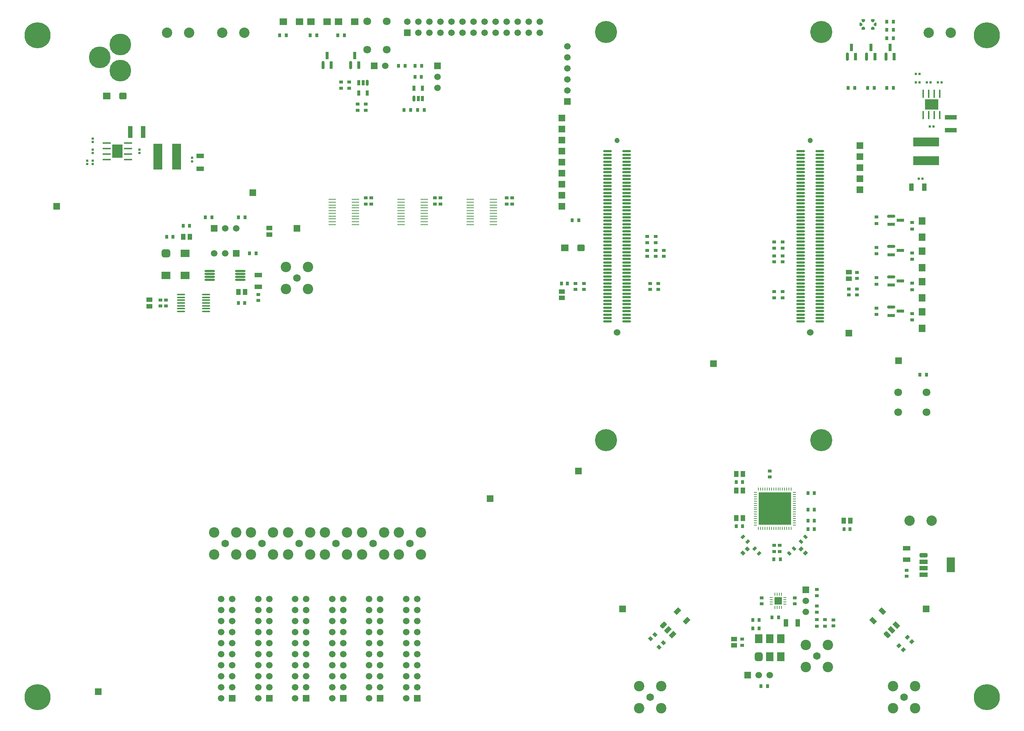
<source format=gtl>
%FSTAX25Y25*%
%MOIN*%
G70*
G01*
G75*
G04 Layer_Physical_Order=1*
G04 Layer_Color=255*
%ADD10C,0.01575*%
G04:AMPARAMS|DCode=11|XSize=62.99mil|YSize=68.9mil|CornerRadius=15.75mil|HoleSize=0mil|Usage=FLASHONLY|Rotation=270.000|XOffset=0mil|YOffset=0mil|HoleType=Round|Shape=RoundedRectangle|*
%AMROUNDEDRECTD11*
21,1,0.06299,0.03740,0,0,270.0*
21,1,0.03150,0.06890,0,0,270.0*
1,1,0.03150,-0.01870,-0.01575*
1,1,0.03150,-0.01870,0.01575*
1,1,0.03150,0.01870,0.01575*
1,1,0.03150,0.01870,-0.01575*
%
%ADD11ROUNDEDRECTD11*%
%ADD12R,0.06890X0.06299*%
G04:AMPARAMS|DCode=13|XSize=35.43mil|YSize=31.5mil|CornerRadius=0mil|HoleSize=0mil|Usage=FLASHONLY|Rotation=225.000|XOffset=0mil|YOffset=0mil|HoleType=Round|Shape=Rectangle|*
%AMROTATEDRECTD13*
4,1,4,0.00139,0.02366,0.02366,0.00139,-0.00139,-0.02366,-0.02366,-0.00139,0.00139,0.02366,0.0*
%
%ADD13ROTATEDRECTD13*%

%ADD14R,0.03543X0.02756*%
%ADD15R,0.03543X0.03150*%
%ADD16R,0.03150X0.03543*%
%ADD17R,0.02756X0.03543*%
%ADD18R,0.05512X0.04331*%
G04:AMPARAMS|DCode=19|XSize=35.43mil|YSize=27.56mil|CornerRadius=0mil|HoleSize=0mil|Usage=FLASHONLY|Rotation=225.000|XOffset=0mil|YOffset=0mil|HoleType=Round|Shape=Rectangle|*
%AMROTATEDRECTD19*
4,1,4,0.00278,0.02227,0.02227,0.00278,-0.00278,-0.02227,-0.02227,-0.00278,0.00278,0.02227,0.0*
%
%ADD19ROTATEDRECTD19*%

%ADD20O,0.07874X0.01969*%
%ADD21O,0.00984X0.03150*%
%ADD22O,0.03150X0.00984*%
%ADD23R,0.07087X0.07087*%
%ADD24R,0.04331X0.06693*%
%ADD25R,0.07087X0.07874*%
G04:AMPARAMS|DCode=26|XSize=70.87mil|YSize=78.74mil|CornerRadius=17.72mil|HoleSize=0mil|Usage=FLASHONLY|Rotation=180.000|XOffset=0mil|YOffset=0mil|HoleType=Round|Shape=RoundedRectangle|*
%AMROUNDEDRECTD26*
21,1,0.07087,0.04331,0,0,180.0*
21,1,0.03543,0.07874,0,0,180.0*
1,1,0.03543,-0.01772,0.02165*
1,1,0.03543,0.01772,0.02165*
1,1,0.03543,0.01772,-0.02165*
1,1,0.03543,-0.01772,-0.02165*
%
%ADD26ROUNDEDRECTD26*%
%ADD27R,0.04331X0.05512*%
%ADD28R,0.29528X0.29528*%
G04:AMPARAMS|DCode=29|XSize=35.43mil|YSize=27.56mil|CornerRadius=0mil|HoleSize=0mil|Usage=FLASHONLY|Rotation=315.000|XOffset=0mil|YOffset=0mil|HoleType=Round|Shape=Rectangle|*
%AMROTATEDRECTD29*
4,1,4,-0.02227,0.00278,-0.00278,0.02227,0.02227,-0.00278,0.00278,-0.02227,-0.02227,0.00278,0.0*
%
%ADD29ROTATEDRECTD29*%

G04:AMPARAMS|DCode=30|XSize=39.37mil|YSize=61.02mil|CornerRadius=9.84mil|HoleSize=0mil|Usage=FLASHONLY|Rotation=225.000|XOffset=0mil|YOffset=0mil|HoleType=Round|Shape=RoundedRectangle|*
%AMROUNDEDRECTD30*
21,1,0.03937,0.04134,0,0,225.0*
21,1,0.01969,0.06102,0,0,225.0*
1,1,0.01969,-0.02158,0.00766*
1,1,0.01969,-0.00766,0.02158*
1,1,0.01969,0.02158,-0.00766*
1,1,0.01969,0.00766,-0.02158*
%
%ADD30ROUNDEDRECTD30*%
G04:AMPARAMS|DCode=31|XSize=39.37mil|YSize=61.02mil|CornerRadius=0mil|HoleSize=0mil|Usage=FLASHONLY|Rotation=225.000|XOffset=0mil|YOffset=0mil|HoleType=Round|Shape=Rectangle|*
%AMROTATEDRECTD31*
4,1,4,-0.00766,0.03550,0.03550,-0.00766,0.00766,-0.03550,-0.03550,0.00766,-0.00766,0.03550,0.0*
%
%ADD31ROTATEDRECTD31*%

G04:AMPARAMS|DCode=32|XSize=35.43mil|YSize=31.5mil|CornerRadius=0mil|HoleSize=0mil|Usage=FLASHONLY|Rotation=315.000|XOffset=0mil|YOffset=0mil|HoleType=Round|Shape=Rectangle|*
%AMROTATEDRECTD32*
4,1,4,-0.02366,0.00139,-0.00139,0.02366,0.02366,-0.00139,0.00139,-0.02366,-0.02366,0.00139,0.0*
%
%ADD32ROTATEDRECTD32*%

G04:AMPARAMS|DCode=33|XSize=39.37mil|YSize=61.02mil|CornerRadius=9.84mil|HoleSize=0mil|Usage=FLASHONLY|Rotation=135.000|XOffset=0mil|YOffset=0mil|HoleType=Round|Shape=RoundedRectangle|*
%AMROUNDEDRECTD33*
21,1,0.03937,0.04134,0,0,135.0*
21,1,0.01969,0.06102,0,0,135.0*
1,1,0.01969,0.00766,0.02158*
1,1,0.01969,0.02158,0.00766*
1,1,0.01969,-0.00766,-0.02158*
1,1,0.01969,-0.02158,-0.00766*
%
%ADD33ROUNDEDRECTD33*%
G04:AMPARAMS|DCode=34|XSize=39.37mil|YSize=61.02mil|CornerRadius=0mil|HoleSize=0mil|Usage=FLASHONLY|Rotation=135.000|XOffset=0mil|YOffset=0mil|HoleType=Round|Shape=Rectangle|*
%AMROTATEDRECTD34*
4,1,4,0.03550,0.00766,-0.00766,-0.03550,-0.03550,-0.00766,0.00766,0.03550,0.03550,0.00766,0.0*
%
%ADD34ROTATEDRECTD34*%

%ADD35O,0.07087X0.00984*%
%ADD36R,0.04400X0.10600*%
G04:AMPARAMS|DCode=37|XSize=39.37mil|YSize=72.84mil|CornerRadius=9.84mil|HoleSize=0mil|Usage=FLASHONLY|Rotation=90.000|XOffset=0mil|YOffset=0mil|HoleType=Round|Shape=RoundedRectangle|*
%AMROUNDEDRECTD37*
21,1,0.03937,0.05315,0,0,90.0*
21,1,0.01969,0.07284,0,0,90.0*
1,1,0.01969,0.02658,0.00984*
1,1,0.01969,0.02658,-0.00984*
1,1,0.01969,-0.02658,-0.00984*
1,1,0.01969,-0.02658,0.00984*
%
%ADD37ROUNDEDRECTD37*%
%ADD38R,0.07284X0.03937*%
%ADD39R,0.07284X0.13780*%
%ADD40R,0.06693X0.04331*%
%ADD41R,0.10600X0.04400*%
G04:AMPARAMS|DCode=42|XSize=70.87mil|YSize=78.74mil|CornerRadius=17.72mil|HoleSize=0mil|Usage=FLASHONLY|Rotation=90.000|XOffset=0mil|YOffset=0mil|HoleType=Round|Shape=RoundedRectangle|*
%AMROUNDEDRECTD42*
21,1,0.07087,0.04331,0,0,90.0*
21,1,0.03543,0.07874,0,0,90.0*
1,1,0.03543,0.02165,0.01772*
1,1,0.03543,0.02165,-0.01772*
1,1,0.03543,-0.02165,-0.01772*
1,1,0.03543,-0.02165,0.01772*
%
%ADD42ROUNDEDRECTD42*%
%ADD43R,0.07874X0.07087*%
%ADD44O,0.09449X0.01772*%
%ADD45O,0.07874X0.01378*%
%ADD46R,0.07874X0.23622*%
%ADD47R,0.02400X0.02200*%
%ADD48R,0.09400X0.12200*%
%ADD49R,0.07800X0.01814*%
%ADD50R,0.07100X0.04400*%
%ADD51R,0.02200X0.02400*%
%ADD52R,0.23622X0.07874*%
G04:AMPARAMS|DCode=53|XSize=27.56mil|YSize=51.18mil|CornerRadius=6.89mil|HoleSize=0mil|Usage=FLASHONLY|Rotation=0.000|XOffset=0mil|YOffset=0mil|HoleType=Round|Shape=RoundedRectangle|*
%AMROUNDEDRECTD53*
21,1,0.02756,0.03740,0,0,0.0*
21,1,0.01378,0.05118,0,0,0.0*
1,1,0.01378,0.00689,-0.01870*
1,1,0.01378,-0.00689,-0.01870*
1,1,0.01378,-0.00689,0.01870*
1,1,0.01378,0.00689,0.01870*
%
%ADD53ROUNDEDRECTD53*%
%ADD54R,0.02756X0.05118*%
%ADD55R,0.02756X0.07087*%
G04:AMPARAMS|DCode=56|XSize=27.56mil|YSize=70.87mil|CornerRadius=6.89mil|HoleSize=0mil|Usage=FLASHONLY|Rotation=180.000|XOffset=0mil|YOffset=0mil|HoleType=Round|Shape=RoundedRectangle|*
%AMROUNDEDRECTD56*
21,1,0.02756,0.05709,0,0,180.0*
21,1,0.01378,0.07087,0,0,180.0*
1,1,0.01378,-0.00689,0.02854*
1,1,0.01378,0.00689,0.02854*
1,1,0.01378,0.00689,-0.02854*
1,1,0.01378,-0.00689,-0.02854*
%
%ADD56ROUNDEDRECTD56*%
G04:AMPARAMS|DCode=57|XSize=31.5mil|YSize=15.75mil|CornerRadius=3.94mil|HoleSize=0mil|Usage=FLASHONLY|Rotation=180.000|XOffset=0mil|YOffset=0mil|HoleType=Round|Shape=RoundedRectangle|*
%AMROUNDEDRECTD57*
21,1,0.03150,0.00787,0,0,180.0*
21,1,0.02362,0.01575,0,0,180.0*
1,1,0.00787,-0.01181,0.00394*
1,1,0.00787,0.01181,0.00394*
1,1,0.00787,0.01181,-0.00394*
1,1,0.00787,-0.01181,-0.00394*
%
%ADD57ROUNDEDRECTD57*%
G04:AMPARAMS|DCode=58|XSize=31.5mil|YSize=15.75mil|CornerRadius=3.94mil|HoleSize=0mil|Usage=FLASHONLY|Rotation=90.000|XOffset=0mil|YOffset=0mil|HoleType=Round|Shape=RoundedRectangle|*
%AMROUNDEDRECTD58*
21,1,0.03150,0.00787,0,0,90.0*
21,1,0.02362,0.01575,0,0,90.0*
1,1,0.00787,0.00394,0.01181*
1,1,0.00787,0.00394,-0.01181*
1,1,0.00787,-0.00394,-0.01181*
1,1,0.00787,-0.00394,0.01181*
%
%ADD58ROUNDEDRECTD58*%
%ADD59R,0.04400X0.07100*%
%ADD60R,0.12200X0.09400*%
%ADD61R,0.01814X0.07800*%
%ADD62R,0.07087X0.02756*%
G04:AMPARAMS|DCode=63|XSize=27.56mil|YSize=70.87mil|CornerRadius=6.89mil|HoleSize=0mil|Usage=FLASHONLY|Rotation=90.000|XOffset=0mil|YOffset=0mil|HoleType=Round|Shape=RoundedRectangle|*
%AMROUNDEDRECTD63*
21,1,0.02756,0.05709,0,0,90.0*
21,1,0.01378,0.07087,0,0,90.0*
1,1,0.01378,0.02854,0.00689*
1,1,0.01378,0.02854,-0.00689*
1,1,0.01378,-0.02854,-0.00689*
1,1,0.01378,-0.02854,0.00689*
%
%ADD63ROUNDEDRECTD63*%
%ADD64R,0.06299X0.06890*%
%ADD65C,0.02500*%
%ADD66C,0.01000*%
%ADD67C,0.09400*%
%ADD68C,0.19685*%
%ADD69C,0.09449*%
%ADD70C,0.06800*%
%ADD71C,0.20000*%
%ADD72C,0.04724*%
%ADD73C,0.06000*%
%ADD74R,0.05906X0.05906*%
%ADD75C,0.05906*%
%ADD76R,0.05906X0.05906*%
%ADD77C,0.07087*%
%ADD78C,0.23622*%
%ADD79C,0.02598*%
D10*
X0865807Y0729213D02*
G03*
X0865807Y0730787I0J0000787D01*
G01*
X0879193D02*
G03*
X0879193Y0729213I0J-0000787D01*
G01*
X0867382Y0733543D02*
G03*
X0868957Y0733543I0000787J0D01*
G01*
X0877618Y0726457D02*
G03*
X0876043Y0726457I-0000787J0D01*
G01*
Y0733543D02*
G03*
X0877618Y0733543I0000787J0D01*
G01*
X0868957Y0726457D02*
G03*
X0867382Y0726457I-0000787J0D01*
G01*
D11*
X0197382Y0665D02*
D03*
X0612382Y05275D02*
D03*
D12*
X0182618Y0665D02*
D03*
X0597618Y05275D02*
D03*
X0342618Y07325D02*
D03*
X0357382D02*
D03*
X0392618D02*
D03*
X0407382D02*
D03*
X0367618D02*
D03*
X0382382D02*
D03*
D13*
X0904449Y0163051D02*
D03*
X0900551Y0166949D02*
D03*
X0911949Y0170551D02*
D03*
X0908051Y0174449D02*
D03*
X0811855Y0254645D02*
D03*
X0815752Y0250748D02*
D03*
D14*
X0826Y0197047D02*
D03*
Y0202953D02*
D03*
Y0212047D02*
D03*
Y0217953D02*
D03*
Y0184547D02*
D03*
Y0190453D02*
D03*
X08335Y0190453D02*
D03*
Y0184547D02*
D03*
X04025Y0677953D02*
D03*
Y0672047D02*
D03*
X0395Y0672047D02*
D03*
Y0677953D02*
D03*
X088Y0555453D02*
D03*
Y0549547D02*
D03*
Y0527953D02*
D03*
Y0522047D02*
D03*
Y0500453D02*
D03*
Y0494547D02*
D03*
Y0472953D02*
D03*
Y0467047D02*
D03*
X09125Y0462047D02*
D03*
Y0467953D02*
D03*
Y0489547D02*
D03*
Y0495453D02*
D03*
Y0517047D02*
D03*
Y0522953D02*
D03*
Y0544547D02*
D03*
Y0550453D02*
D03*
D15*
X0806Y0210256D02*
D03*
Y0204744D02*
D03*
X07585Y0167244D02*
D03*
Y0172756D02*
D03*
X0776Y0210256D02*
D03*
Y0204744D02*
D03*
X07925Y0252244D02*
D03*
Y0257756D02*
D03*
X07875Y0252244D02*
D03*
Y0257756D02*
D03*
X0841Y0190256D02*
D03*
Y0184744D02*
D03*
X07835Y0319744D02*
D03*
Y0325256D02*
D03*
X09075Y0229744D02*
D03*
Y0235256D02*
D03*
X0231417Y0474744D02*
D03*
Y0480256D02*
D03*
X0236417Y0474744D02*
D03*
Y0480256D02*
D03*
X032Y0485256D02*
D03*
Y0479744D02*
D03*
X041Y0652244D02*
D03*
Y0657756D02*
D03*
X04175Y0657756D02*
D03*
Y0652244D02*
D03*
Y0572756D02*
D03*
Y0567244D02*
D03*
X04225Y0567244D02*
D03*
Y0572756D02*
D03*
X048Y0572756D02*
D03*
Y0567244D02*
D03*
X0485Y0567244D02*
D03*
Y0572756D02*
D03*
X0545Y0572756D02*
D03*
Y0567244D02*
D03*
X055Y0567244D02*
D03*
Y0572756D02*
D03*
X06725Y0532244D02*
D03*
Y0537756D02*
D03*
X068Y0532244D02*
D03*
Y0537756D02*
D03*
X06725Y0519744D02*
D03*
Y0525256D02*
D03*
X068Y0519744D02*
D03*
Y0525256D02*
D03*
X06875Y0519744D02*
D03*
Y0525256D02*
D03*
X07875Y0520256D02*
D03*
Y0514744D02*
D03*
X0795Y0520256D02*
D03*
Y0514744D02*
D03*
X07875Y0527244D02*
D03*
Y0532756D02*
D03*
X0795Y0527244D02*
D03*
Y0532756D02*
D03*
X06075Y0495256D02*
D03*
Y0489744D02*
D03*
X0615Y0495256D02*
D03*
Y0489744D02*
D03*
X06825Y0489744D02*
D03*
Y0495256D02*
D03*
X0675Y0489744D02*
D03*
Y0495256D02*
D03*
X0855Y0490256D02*
D03*
Y0484744D02*
D03*
X08625Y0490256D02*
D03*
Y0484744D02*
D03*
Y0499744D02*
D03*
Y0505256D02*
D03*
X07875Y0487756D02*
D03*
Y0482244D02*
D03*
X0795Y0487756D02*
D03*
Y0482244D02*
D03*
D16*
X0773756Y019D02*
D03*
X0768244D02*
D03*
X0773756Y01825D02*
D03*
X0768244D02*
D03*
X0818244Y0305D02*
D03*
X0823756D02*
D03*
X0818244Y029D02*
D03*
X0823756D02*
D03*
X0758756Y0315D02*
D03*
X0753244D02*
D03*
X0758756Y0275D02*
D03*
X0753244D02*
D03*
X0818244Y028D02*
D03*
X0823756D02*
D03*
X0856256Y02725D02*
D03*
X0850744D02*
D03*
X0818244D02*
D03*
X0823756D02*
D03*
X0237244Y05375D02*
D03*
X0242756D02*
D03*
X0257756Y05475D02*
D03*
X0252244D02*
D03*
X0307756Y04775D02*
D03*
X0302244D02*
D03*
X0462244Y06825D02*
D03*
X0467756D02*
D03*
X0600256Y0495D02*
D03*
X0594744D02*
D03*
D17*
X0775547Y013D02*
D03*
X0781453D02*
D03*
X0792953Y0245D02*
D03*
X0787047D02*
D03*
X0791453Y01925D02*
D03*
X0785547D02*
D03*
X0919547Y04125D02*
D03*
X0925453D02*
D03*
X0610453Y05525D02*
D03*
X0604547D02*
D03*
X0272047Y0555D02*
D03*
X0277953D02*
D03*
X0302047D02*
D03*
X0307953D02*
D03*
X0312047Y05225D02*
D03*
X0317953D02*
D03*
X0470453Y06525D02*
D03*
X0464547D02*
D03*
X0457953D02*
D03*
X0452047D02*
D03*
X0462047Y06925D02*
D03*
X0467953D02*
D03*
X0889547Y07175D02*
D03*
X0895453D02*
D03*
X0889547Y0725D02*
D03*
X0895453D02*
D03*
X0889547Y07325D02*
D03*
X0895453D02*
D03*
X0872047Y06725D02*
D03*
X0877953D02*
D03*
X0854547D02*
D03*
X0860453D02*
D03*
X0895453Y06725D02*
D03*
X0889547D02*
D03*
X0339547Y072D02*
D03*
X0345453D02*
D03*
X0367047D02*
D03*
X0372953D02*
D03*
X0392047D02*
D03*
X0397953D02*
D03*
X0452953Y06925D02*
D03*
X0447047D02*
D03*
D18*
X0751Y0172953D02*
D03*
Y0167047D02*
D03*
X033Y0545453D02*
D03*
Y0539547D02*
D03*
X0221417Y0480453D02*
D03*
Y0474547D02*
D03*
X0595Y0482047D02*
D03*
Y0487953D02*
D03*
X0855Y0499547D02*
D03*
Y0505453D02*
D03*
D19*
X0763285Y0261215D02*
D03*
X0759109Y0265391D02*
D03*
X0773891Y0250609D02*
D03*
X0769715Y0254785D02*
D03*
D20*
X0828711Y0615D02*
D03*
Y061185D02*
D03*
Y0608701D02*
D03*
Y0605551D02*
D03*
Y0602402D02*
D03*
Y0599252D02*
D03*
Y0596102D02*
D03*
Y0592953D02*
D03*
Y0589803D02*
D03*
Y0586654D02*
D03*
Y0583504D02*
D03*
Y0580354D02*
D03*
Y0577205D02*
D03*
Y0574055D02*
D03*
Y0570905D02*
D03*
Y0567756D02*
D03*
Y0564606D02*
D03*
Y0561457D02*
D03*
Y0558307D02*
D03*
Y0555157D02*
D03*
Y0552008D02*
D03*
Y0548858D02*
D03*
Y0545709D02*
D03*
Y0542559D02*
D03*
Y0539409D02*
D03*
Y053626D02*
D03*
Y053311D02*
D03*
Y052996D02*
D03*
Y0526811D02*
D03*
Y0523661D02*
D03*
Y0520512D02*
D03*
Y0517362D02*
D03*
Y0514213D02*
D03*
Y0511063D02*
D03*
Y0507913D02*
D03*
Y0504764D02*
D03*
Y0501614D02*
D03*
Y0498464D02*
D03*
Y0495315D02*
D03*
Y0492165D02*
D03*
Y0489016D02*
D03*
Y0485866D02*
D03*
Y0482716D02*
D03*
Y0479567D02*
D03*
Y0476417D02*
D03*
Y0473268D02*
D03*
Y0470118D02*
D03*
Y0466968D02*
D03*
Y0463819D02*
D03*
Y0460669D02*
D03*
X0811389Y0615D02*
D03*
Y061185D02*
D03*
Y0608701D02*
D03*
Y0605551D02*
D03*
Y0602402D02*
D03*
Y0599252D02*
D03*
Y0596102D02*
D03*
Y0592953D02*
D03*
Y0589803D02*
D03*
Y0586654D02*
D03*
Y0583504D02*
D03*
Y0580354D02*
D03*
Y0577205D02*
D03*
Y0574055D02*
D03*
Y0570905D02*
D03*
Y0567756D02*
D03*
Y0564606D02*
D03*
Y0561457D02*
D03*
Y0558307D02*
D03*
Y0555157D02*
D03*
Y0552008D02*
D03*
Y0548858D02*
D03*
Y0545709D02*
D03*
Y0542559D02*
D03*
Y0539409D02*
D03*
Y053626D02*
D03*
Y053311D02*
D03*
Y052996D02*
D03*
Y0526811D02*
D03*
Y0523661D02*
D03*
Y0520512D02*
D03*
Y0517362D02*
D03*
Y0514213D02*
D03*
Y0511063D02*
D03*
Y0507913D02*
D03*
Y0504764D02*
D03*
Y0501614D02*
D03*
Y0498464D02*
D03*
Y0495315D02*
D03*
Y0492165D02*
D03*
Y0489016D02*
D03*
Y0485866D02*
D03*
Y0482716D02*
D03*
Y0479567D02*
D03*
Y0476417D02*
D03*
Y0473268D02*
D03*
Y0470118D02*
D03*
Y0466968D02*
D03*
Y0463819D02*
D03*
Y0460669D02*
D03*
X0653661Y0615D02*
D03*
Y061185D02*
D03*
Y0608701D02*
D03*
Y0605551D02*
D03*
Y0602402D02*
D03*
Y0599252D02*
D03*
Y0596102D02*
D03*
Y0592953D02*
D03*
Y0589803D02*
D03*
Y0586654D02*
D03*
Y0583504D02*
D03*
Y0580354D02*
D03*
Y0577205D02*
D03*
Y0574055D02*
D03*
Y0570905D02*
D03*
Y0567756D02*
D03*
Y0564606D02*
D03*
Y0561457D02*
D03*
Y0558307D02*
D03*
Y0555157D02*
D03*
Y0552008D02*
D03*
Y0548858D02*
D03*
Y0545709D02*
D03*
Y0542559D02*
D03*
Y0539409D02*
D03*
Y053626D02*
D03*
Y053311D02*
D03*
Y052996D02*
D03*
Y0526811D02*
D03*
Y0523661D02*
D03*
Y0520512D02*
D03*
Y0517362D02*
D03*
Y0514213D02*
D03*
Y0511063D02*
D03*
Y0507913D02*
D03*
Y0504764D02*
D03*
Y0501614D02*
D03*
Y0498464D02*
D03*
Y0495315D02*
D03*
Y0492165D02*
D03*
Y0489016D02*
D03*
Y0485866D02*
D03*
Y0482716D02*
D03*
Y0479567D02*
D03*
Y0476417D02*
D03*
Y0473268D02*
D03*
Y0470118D02*
D03*
Y0466968D02*
D03*
Y0463819D02*
D03*
Y0460669D02*
D03*
X0636339Y0615D02*
D03*
Y061185D02*
D03*
Y0608701D02*
D03*
Y0605551D02*
D03*
Y0602402D02*
D03*
Y0599252D02*
D03*
Y0596102D02*
D03*
Y0592953D02*
D03*
Y0589803D02*
D03*
Y0586654D02*
D03*
Y0583504D02*
D03*
Y0580354D02*
D03*
Y0577205D02*
D03*
Y0574055D02*
D03*
Y0570905D02*
D03*
Y0567756D02*
D03*
Y0564606D02*
D03*
Y0561457D02*
D03*
Y0558307D02*
D03*
Y0555157D02*
D03*
Y0552008D02*
D03*
Y0548858D02*
D03*
Y0545709D02*
D03*
Y0542559D02*
D03*
Y0539409D02*
D03*
Y053626D02*
D03*
Y053311D02*
D03*
Y052996D02*
D03*
Y0526811D02*
D03*
Y0523661D02*
D03*
Y0520512D02*
D03*
Y0517362D02*
D03*
Y0514213D02*
D03*
Y0511063D02*
D03*
Y0507913D02*
D03*
Y0504764D02*
D03*
Y0501614D02*
D03*
Y0498464D02*
D03*
Y0495315D02*
D03*
Y0492165D02*
D03*
Y0489016D02*
D03*
Y0485866D02*
D03*
Y0482716D02*
D03*
Y0479567D02*
D03*
Y0476417D02*
D03*
Y0473268D02*
D03*
Y0470118D02*
D03*
Y0466968D02*
D03*
Y0463819D02*
D03*
Y0460669D02*
D03*
D21*
X0788047Y0201398D02*
D03*
X0790016D02*
D03*
X0791984D02*
D03*
X0793953D02*
D03*
Y0213602D02*
D03*
X0791984D02*
D03*
X0790016D02*
D03*
X0788047D02*
D03*
X0773236Y0273284D02*
D03*
X0775205D02*
D03*
X0777173D02*
D03*
X0779142D02*
D03*
X078111D02*
D03*
X0783079D02*
D03*
X0785047D02*
D03*
X0787016D02*
D03*
X0788984D02*
D03*
X0790953D02*
D03*
X0792921D02*
D03*
X079489D02*
D03*
X0796858D02*
D03*
X0798827D02*
D03*
X0800795D02*
D03*
X0802764D02*
D03*
Y0308717D02*
D03*
X0800795D02*
D03*
X0798827D02*
D03*
X0796858D02*
D03*
X079489D02*
D03*
X0792921D02*
D03*
X0790953D02*
D03*
X0788984D02*
D03*
X0787016D02*
D03*
X0785047D02*
D03*
X0783079D02*
D03*
X078111D02*
D03*
X0779142D02*
D03*
X0777173D02*
D03*
X0775205D02*
D03*
X0773236D02*
D03*
D22*
X0797102Y0204547D02*
D03*
Y0206516D02*
D03*
Y0208484D02*
D03*
Y0210453D02*
D03*
X0784898D02*
D03*
Y0208484D02*
D03*
Y0206516D02*
D03*
Y0204547D02*
D03*
X0770284Y0305764D02*
D03*
Y0303795D02*
D03*
Y0301827D02*
D03*
Y0299858D02*
D03*
Y029789D02*
D03*
Y0295921D02*
D03*
Y0293953D02*
D03*
Y0291984D02*
D03*
Y0290016D02*
D03*
Y0288047D02*
D03*
Y0286079D02*
D03*
Y028411D02*
D03*
Y0282142D02*
D03*
Y0280173D02*
D03*
Y0278205D02*
D03*
Y0276236D02*
D03*
X0805717D02*
D03*
Y0278205D02*
D03*
Y0280173D02*
D03*
Y0282142D02*
D03*
Y028411D02*
D03*
Y0286079D02*
D03*
Y0288047D02*
D03*
Y0290016D02*
D03*
Y0291984D02*
D03*
Y0293953D02*
D03*
Y0295921D02*
D03*
Y029789D02*
D03*
Y0299858D02*
D03*
Y0301827D02*
D03*
Y0303795D02*
D03*
Y0305764D02*
D03*
D23*
X0791Y02075D02*
D03*
D24*
X0798185Y01875D02*
D03*
X0808815D02*
D03*
D25*
X07735Y0173268D02*
D03*
X07835D02*
D03*
X07935D02*
D03*
Y0156732D02*
D03*
X07835D02*
D03*
D26*
X07735D02*
D03*
D27*
X0758953Y03225D02*
D03*
X0753047D02*
D03*
X0753047Y03075D02*
D03*
X0758953D02*
D03*
X0753047Y02825D02*
D03*
X0758953D02*
D03*
X0850547Y028D02*
D03*
X0856453D02*
D03*
X0252047Y05375D02*
D03*
X0257953D02*
D03*
X0302047Y04875D02*
D03*
X0307953D02*
D03*
D28*
X0788Y0291D02*
D03*
D29*
X0805285Y0254785D02*
D03*
X0801109Y0250609D02*
D03*
X0815891Y0265391D02*
D03*
X0811715Y0261215D02*
D03*
D30*
X0889657Y0176991D02*
D03*
D31*
X0893833Y0181167D02*
D03*
X0898009Y0185343D02*
D03*
X0885343Y0198009D02*
D03*
X0876991Y0189657D02*
D03*
D32*
X0763145Y0254645D02*
D03*
X0759248Y0250748D02*
D03*
X0683051Y0165551D02*
D03*
X0686949Y0169449D02*
D03*
X0675551Y0173051D02*
D03*
X0679449Y0176949D02*
D03*
D33*
X0686991Y0185343D02*
D03*
D34*
X0691167Y0181167D02*
D03*
X0695342Y0176991D02*
D03*
X0708009Y0189657D02*
D03*
X0699657Y0198009D02*
D03*
D35*
X0512067Y0571339D02*
D03*
Y0568819D02*
D03*
Y0566299D02*
D03*
Y0563779D02*
D03*
Y056126D02*
D03*
Y055874D02*
D03*
Y055622D02*
D03*
Y0553701D02*
D03*
Y0551181D02*
D03*
Y0548661D02*
D03*
X0532933Y0571339D02*
D03*
Y0568819D02*
D03*
Y0566299D02*
D03*
Y0563779D02*
D03*
Y056126D02*
D03*
Y055874D02*
D03*
Y055622D02*
D03*
Y0553701D02*
D03*
Y0551181D02*
D03*
Y0548661D02*
D03*
X0449567Y0571339D02*
D03*
Y0568819D02*
D03*
Y0566299D02*
D03*
Y0563779D02*
D03*
Y056126D02*
D03*
Y055874D02*
D03*
Y055622D02*
D03*
Y0553701D02*
D03*
Y0551181D02*
D03*
Y0548661D02*
D03*
X0470433Y0571339D02*
D03*
Y0568819D02*
D03*
Y0566299D02*
D03*
Y0563779D02*
D03*
Y056126D02*
D03*
Y055874D02*
D03*
Y055622D02*
D03*
Y0553701D02*
D03*
Y0551181D02*
D03*
Y0548661D02*
D03*
X0387067Y0571339D02*
D03*
Y0568819D02*
D03*
Y0566299D02*
D03*
Y0563779D02*
D03*
Y056126D02*
D03*
Y055874D02*
D03*
Y055622D02*
D03*
Y0553701D02*
D03*
Y0551181D02*
D03*
Y0548661D02*
D03*
X0407933Y0571339D02*
D03*
Y0568819D02*
D03*
Y0566299D02*
D03*
Y0563779D02*
D03*
Y056126D02*
D03*
Y055874D02*
D03*
Y055622D02*
D03*
Y0553701D02*
D03*
Y0551181D02*
D03*
Y0548661D02*
D03*
D36*
X02041Y06325D02*
D03*
X02159D02*
D03*
D37*
X0922598Y0248858D02*
D03*
D38*
Y0242953D02*
D03*
Y0237047D02*
D03*
Y0231142D02*
D03*
D39*
X0947402Y024D02*
D03*
D40*
X09075Y0244685D02*
D03*
Y0255315D02*
D03*
X032Y0502815D02*
D03*
Y0492185D02*
D03*
D41*
X09475Y06459D02*
D03*
Y06341D02*
D03*
D42*
X0236339Y05225D02*
D03*
D43*
X0253661Y05025D02*
D03*
Y05225D02*
D03*
X0236339Y05025D02*
D03*
D44*
X027622Y0506339D02*
D03*
Y050378D02*
D03*
Y0501221D02*
D03*
Y0498661D02*
D03*
X030378Y0506339D02*
D03*
Y050378D02*
D03*
Y0501221D02*
D03*
Y0498661D02*
D03*
D45*
X0272835Y0469823D02*
D03*
Y0472382D02*
D03*
Y0474941D02*
D03*
Y04775D02*
D03*
Y0480059D02*
D03*
Y0482618D02*
D03*
Y0485177D02*
D03*
X025Y0469823D02*
D03*
Y0472382D02*
D03*
Y0474941D02*
D03*
Y04775D02*
D03*
Y0480059D02*
D03*
Y0482618D02*
D03*
Y0485177D02*
D03*
D46*
X0229035Y061D02*
D03*
X0245965D02*
D03*
D47*
X02125Y061665D02*
D03*
Y061335D02*
D03*
X017Y062665D02*
D03*
Y062335D02*
D03*
Y061665D02*
D03*
Y061335D02*
D03*
X0165Y060665D02*
D03*
Y060335D02*
D03*
X017Y060665D02*
D03*
Y060335D02*
D03*
X026Y060915D02*
D03*
Y060585D02*
D03*
D48*
X01925Y0615D02*
D03*
D49*
X02022Y06225D02*
D03*
Y06175D02*
D03*
Y06125D02*
D03*
Y06075D02*
D03*
X01828D02*
D03*
Y06125D02*
D03*
Y06175D02*
D03*
Y06225D02*
D03*
D50*
X02675Y05991D02*
D03*
Y06109D02*
D03*
D51*
X093165Y06375D02*
D03*
X092835D02*
D03*
X091915Y0685D02*
D03*
X091585D02*
D03*
X091915Y06775D02*
D03*
X091585D02*
D03*
X092915D02*
D03*
X092585D02*
D03*
X093915D02*
D03*
X093585D02*
D03*
X092165Y059D02*
D03*
X091835D02*
D03*
D52*
X0925Y0623465D02*
D03*
Y0606535D02*
D03*
D53*
X041874Y0677224D02*
D03*
X046126Y0662776D02*
D03*
D54*
X0415Y0677224D02*
D03*
X041126D02*
D03*
Y0667776D02*
D03*
X041874D02*
D03*
X0465Y0662776D02*
D03*
X046874D02*
D03*
Y0672224D02*
D03*
X046126D02*
D03*
D55*
X03825Y0701732D02*
D03*
X038624Y0693268D02*
D03*
X04075Y0701732D02*
D03*
X041124Y0693268D02*
D03*
X08925Y0709232D02*
D03*
X089624Y0700768D02*
D03*
X08575Y0709232D02*
D03*
X086124Y0700768D02*
D03*
X0875Y0709232D02*
D03*
X087874Y0700768D02*
D03*
D56*
X037876Y0693268D02*
D03*
X040376D02*
D03*
X088876Y0700768D02*
D03*
X085376D02*
D03*
X087126D02*
D03*
D57*
X0868169Y0734134D02*
D03*
X0876831D02*
D03*
X0868169Y0725866D02*
D03*
X0876831D02*
D03*
D58*
X0865413Y073D02*
D03*
X0879587D02*
D03*
D59*
X09116Y05825D02*
D03*
X09234D02*
D03*
D60*
X093Y06575D02*
D03*
D61*
X09375Y06478D02*
D03*
X09325D02*
D03*
X09275D02*
D03*
X09225D02*
D03*
Y06672D02*
D03*
X09275D02*
D03*
X09325D02*
D03*
X09375D02*
D03*
D62*
X0901732Y047D02*
D03*
X0893268Y046626D02*
D03*
X0901732Y04975D02*
D03*
X0893268Y049376D02*
D03*
X0901732Y0525D02*
D03*
X0893268Y052126D02*
D03*
X0901732Y05525D02*
D03*
X0893268Y054876D02*
D03*
D63*
Y047374D02*
D03*
Y050124D02*
D03*
Y052874D02*
D03*
Y055624D02*
D03*
D64*
X09215Y0537118D02*
D03*
Y0551882D02*
D03*
Y0509618D02*
D03*
Y0524382D02*
D03*
Y0482118D02*
D03*
Y0496882D02*
D03*
Y0454618D02*
D03*
Y0469382D02*
D03*
D65*
X0805285Y0254715D02*
Y0254785D01*
D66*
X0805717Y0280173D02*
X080589Y028D01*
X0775173Y0308717D02*
X0775205D01*
D67*
X02575Y07225D02*
D03*
X02375D02*
D03*
X093Y028D02*
D03*
X091D02*
D03*
X03075Y07225D02*
D03*
X02875D02*
D03*
X09475D02*
D03*
X09275D02*
D03*
D68*
X0176496Y07D02*
D03*
X0195Y0711811D02*
D03*
Y0688189D02*
D03*
D69*
X0836Y01475D02*
D03*
X0816Y01675D02*
D03*
Y01475D02*
D03*
X0836Y01675D02*
D03*
X0665Y013D02*
D03*
X0685Y011D02*
D03*
Y013D02*
D03*
X0665Y011D02*
D03*
X0895Y013D02*
D03*
X0915Y011D02*
D03*
Y013D02*
D03*
X0895Y011D02*
D03*
X04675Y02495D02*
D03*
X04475Y02695D02*
D03*
Y02495D02*
D03*
X04675Y02695D02*
D03*
X0434Y02495D02*
D03*
X0414Y02695D02*
D03*
Y02495D02*
D03*
X0434Y02695D02*
D03*
X04005Y02495D02*
D03*
X03805Y02695D02*
D03*
Y02495D02*
D03*
X04005Y02695D02*
D03*
X0367Y02495D02*
D03*
X0347Y02695D02*
D03*
Y02495D02*
D03*
X0367Y02695D02*
D03*
X03335Y02495D02*
D03*
X03135Y02695D02*
D03*
Y02495D02*
D03*
X03335Y02695D02*
D03*
X03Y02495D02*
D03*
X028Y02695D02*
D03*
Y02495D02*
D03*
X03Y02695D02*
D03*
X0365Y049D02*
D03*
X0345Y051D02*
D03*
Y049D02*
D03*
X0365Y051D02*
D03*
D70*
X0826Y01575D02*
D03*
X0675Y012D02*
D03*
X0905D02*
D03*
X04575Y02595D02*
D03*
X0424D02*
D03*
X03905D02*
D03*
X0357D02*
D03*
X03235D02*
D03*
X029D02*
D03*
X0355Y05D02*
D03*
D71*
X0830025Y0353142D02*
D03*
X0635025D02*
D03*
X0830025Y0723142D02*
D03*
X0635025D02*
D03*
D72*
X0645Y0624843D02*
D03*
X082005D02*
D03*
D73*
X0645Y0450827D02*
D03*
X082005D02*
D03*
D74*
X0816Y02175D02*
D03*
X0464Y0119D02*
D03*
X04305D02*
D03*
X0397D02*
D03*
X03635D02*
D03*
X033D02*
D03*
X02965D02*
D03*
X07325Y04225D02*
D03*
X06Y066D02*
D03*
X04825Y06925D02*
D03*
X0865Y058D02*
D03*
Y059D02*
D03*
Y06D02*
D03*
Y061D02*
D03*
Y062D02*
D03*
X0595Y0625D02*
D03*
Y0645D02*
D03*
Y0635D02*
D03*
Y0615D02*
D03*
Y0605D02*
D03*
Y0595D02*
D03*
Y0585D02*
D03*
Y0575D02*
D03*
Y0565D02*
D03*
D75*
X0816Y02075D02*
D03*
Y01975D02*
D03*
X07735Y014D02*
D03*
X07835D02*
D03*
X0454Y0119D02*
D03*
X0464Y0129D02*
D03*
X0454D02*
D03*
X0464Y0139D02*
D03*
X0454D02*
D03*
X0464Y0149D02*
D03*
X0454D02*
D03*
X0464Y0159D02*
D03*
X0454D02*
D03*
X0464Y0169D02*
D03*
X0454D02*
D03*
X0464Y0179D02*
D03*
X0454D02*
D03*
X0464Y0189D02*
D03*
X0454D02*
D03*
X0464Y0199D02*
D03*
X0454D02*
D03*
X0464Y0209D02*
D03*
X0454D02*
D03*
X04205Y0119D02*
D03*
X04305Y0129D02*
D03*
X04205D02*
D03*
X04305Y0139D02*
D03*
X04205D02*
D03*
X04305Y0149D02*
D03*
X04205D02*
D03*
X04305Y0159D02*
D03*
X04205D02*
D03*
X04305Y0169D02*
D03*
X04205D02*
D03*
X04305Y0179D02*
D03*
X04205D02*
D03*
X04305Y0189D02*
D03*
X04205D02*
D03*
X04305Y0199D02*
D03*
X04205D02*
D03*
X04305Y0209D02*
D03*
X04205D02*
D03*
X0387Y0119D02*
D03*
X0397Y0129D02*
D03*
X0387D02*
D03*
X0397Y0139D02*
D03*
X0387D02*
D03*
X0397Y0149D02*
D03*
X0387D02*
D03*
X0397Y0159D02*
D03*
X0387D02*
D03*
X0397Y0169D02*
D03*
X0387D02*
D03*
X0397Y0179D02*
D03*
X0387D02*
D03*
X0397Y0189D02*
D03*
X0387D02*
D03*
X0397Y0199D02*
D03*
X0387D02*
D03*
X0397Y0209D02*
D03*
X0387D02*
D03*
X03535Y0119D02*
D03*
X03635Y0129D02*
D03*
X03535D02*
D03*
X03635Y0139D02*
D03*
X03535D02*
D03*
X03635Y0149D02*
D03*
X03535D02*
D03*
X03635Y0159D02*
D03*
X03535D02*
D03*
X03635Y0169D02*
D03*
X03535D02*
D03*
X03635Y0179D02*
D03*
X03535D02*
D03*
X03635Y0189D02*
D03*
X03535D02*
D03*
X03635Y0199D02*
D03*
X03535D02*
D03*
X03635Y0209D02*
D03*
X03535D02*
D03*
X032Y0119D02*
D03*
X033Y0129D02*
D03*
X032D02*
D03*
X033Y0139D02*
D03*
X032D02*
D03*
X033Y0149D02*
D03*
X032D02*
D03*
X033Y0159D02*
D03*
X032D02*
D03*
X033Y0169D02*
D03*
X032D02*
D03*
X033Y0179D02*
D03*
X032D02*
D03*
X033Y0189D02*
D03*
X032D02*
D03*
X033Y0199D02*
D03*
X032D02*
D03*
X033Y0209D02*
D03*
X032D02*
D03*
X02865Y0119D02*
D03*
X02965Y0129D02*
D03*
X02865D02*
D03*
X02965Y0139D02*
D03*
X02865D02*
D03*
X02965Y0149D02*
D03*
X02865D02*
D03*
X02965Y0159D02*
D03*
X02865D02*
D03*
X02965Y0169D02*
D03*
X02865D02*
D03*
X02965Y0179D02*
D03*
X02865D02*
D03*
X02965Y0189D02*
D03*
X02865D02*
D03*
X02965Y0199D02*
D03*
X02865D02*
D03*
X02965Y0209D02*
D03*
X02865D02*
D03*
X06Y067D02*
D03*
Y068D02*
D03*
Y069D02*
D03*
Y07D02*
D03*
Y071D02*
D03*
X029Y0545D02*
D03*
X03D02*
D03*
X029Y05225D02*
D03*
X028D02*
D03*
X0435Y06925D02*
D03*
X04825Y06825D02*
D03*
Y06725D02*
D03*
X0455Y07325D02*
D03*
X0465Y07225D02*
D03*
Y07325D02*
D03*
X0475Y07225D02*
D03*
Y07325D02*
D03*
X0485Y07225D02*
D03*
Y07325D02*
D03*
X0495Y07225D02*
D03*
Y07325D02*
D03*
X0505Y07225D02*
D03*
Y07325D02*
D03*
X0515Y07225D02*
D03*
Y07325D02*
D03*
X0525Y07225D02*
D03*
Y07325D02*
D03*
X0535Y07225D02*
D03*
Y07325D02*
D03*
X0545Y07225D02*
D03*
Y07325D02*
D03*
X0555Y07225D02*
D03*
Y07325D02*
D03*
X0565Y07225D02*
D03*
Y07325D02*
D03*
X0575Y07225D02*
D03*
Y07325D02*
D03*
D76*
X07635Y014D02*
D03*
X0355Y0545D02*
D03*
X061Y0325D02*
D03*
X09Y0425D02*
D03*
X01375Y0565D02*
D03*
X053Y03D02*
D03*
X0315Y05775D02*
D03*
X0175Y0125D02*
D03*
X065Y02D02*
D03*
X028Y0545D02*
D03*
X03Y05225D02*
D03*
X0425Y06925D02*
D03*
X0455Y07225D02*
D03*
X0855Y045D02*
D03*
X0925Y02D02*
D03*
D77*
X0925295Y0378642D02*
D03*
X0899705D02*
D03*
Y0396358D02*
D03*
X0925295D02*
D03*
X0436358Y0732795D02*
D03*
Y0707205D02*
D03*
X0418642D02*
D03*
Y0732795D02*
D03*
D78*
X098Y072D02*
D03*
Y012D02*
D03*
X012D02*
D03*
Y072D02*
D03*
D79*
X0791Y02075D02*
D03*
X0776189Y0302811D02*
D03*
X0780913D02*
D03*
X0785638D02*
D03*
X0790362D02*
D03*
X0795087D02*
D03*
X0799811D02*
D03*
X0776189Y0298087D02*
D03*
X0780913D02*
D03*
X0785638D02*
D03*
X0790362D02*
D03*
X0795087D02*
D03*
X0799811D02*
D03*
X0776189Y0293362D02*
D03*
X0780913D02*
D03*
X0785638D02*
D03*
X0790362D02*
D03*
X0795087D02*
D03*
X0799811D02*
D03*
X0776189Y0288638D02*
D03*
X0780913D02*
D03*
X0785638D02*
D03*
X0790362D02*
D03*
X0795087D02*
D03*
X0799811D02*
D03*
X0776189Y0283913D02*
D03*
X0780913D02*
D03*
X0785638D02*
D03*
X0790362D02*
D03*
X0795087D02*
D03*
X0799811D02*
D03*
X0776189Y0279189D02*
D03*
X0780913D02*
D03*
X0785638D02*
D03*
X0790362D02*
D03*
X0795087D02*
D03*
X0799811D02*
D03*
M02*

</source>
